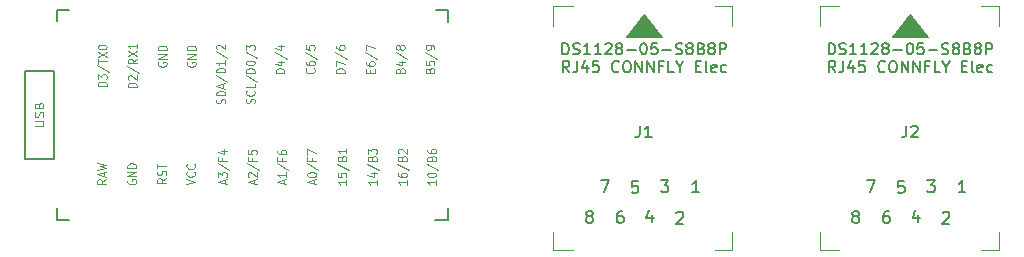
<source format=gbr>
G04 #@! TF.GenerationSoftware,KiCad,Pcbnew,(5.1.9)-1*
G04 #@! TF.CreationDate,2021-01-26T21:27:30-05:00*
G04 #@! TF.ProjectId,reviung34-split-L,72657669-756e-4673-9334-2d73706c6974,2.0*
G04 #@! TF.SameCoordinates,Original*
G04 #@! TF.FileFunction,Legend,Top*
G04 #@! TF.FilePolarity,Positive*
%FSLAX46Y46*%
G04 Gerber Fmt 4.6, Leading zero omitted, Abs format (unit mm)*
G04 Created by KiCad (PCBNEW (5.1.9)-1) date 2021-01-26 21:27:30*
%MOMM*%
%LPD*%
G01*
G04 APERTURE LIST*
%ADD10C,0.120000*%
%ADD11C,0.100000*%
%ADD12C,0.150000*%
%ADD13C,0.125000*%
G04 APERTURE END LIST*
D10*
X132360000Y-70400000D02*
X132360000Y-68900000D01*
X132360000Y-49750000D02*
X132360000Y-51400000D01*
X134010000Y-49750000D02*
X132360000Y-49750000D01*
X134010000Y-70400000D02*
X132360000Y-70400000D01*
X147510000Y-70400000D02*
X146010000Y-70400000D01*
X147510000Y-68900000D02*
X147510000Y-70400000D01*
X147510000Y-49750000D02*
X146010000Y-49750000D01*
X147510000Y-51400000D02*
X147510000Y-49750000D01*
D11*
G36*
X141510000Y-52335590D02*
G01*
X138510000Y-52335590D01*
X140010000Y-50400000D01*
X141510000Y-52335590D01*
G37*
X141510000Y-52335590D02*
X138510000Y-52335590D01*
X140010000Y-50400000D01*
X141510000Y-52335590D01*
D10*
X154900000Y-70400000D02*
X154900000Y-68900000D01*
X154900000Y-49750000D02*
X154900000Y-51400000D01*
X156550000Y-49750000D02*
X154900000Y-49750000D01*
X156550000Y-70400000D02*
X154900000Y-70400000D01*
X170050000Y-70400000D02*
X168550000Y-70400000D01*
X170050000Y-68900000D02*
X170050000Y-70400000D01*
X170050000Y-49750000D02*
X168550000Y-49750000D01*
X170050000Y-51400000D02*
X170050000Y-49750000D01*
D11*
G36*
X164050000Y-52335590D02*
G01*
X161050000Y-52335590D01*
X162550000Y-50400000D01*
X164050000Y-52335590D01*
G37*
X164050000Y-52335590D02*
X161050000Y-52335590D01*
X162550000Y-50400000D01*
X164050000Y-52335590D01*
D12*
X123390000Y-50040000D02*
X123390000Y-51050000D01*
X123390000Y-67840000D02*
X123390000Y-66840000D01*
X122390000Y-50040000D02*
X123390000Y-50040000D01*
X122340000Y-67840000D02*
X123390000Y-67840000D01*
X90340000Y-50040000D02*
X90340000Y-50990000D01*
X90340000Y-67840000D02*
X90340000Y-66840000D01*
X90340000Y-50040000D02*
X91340000Y-50040000D01*
X90340000Y-67840000D02*
X91340000Y-67840000D01*
X87640000Y-62690000D02*
X90040000Y-62690000D01*
X90040000Y-62640000D02*
X90040000Y-55190000D01*
X90040000Y-55190000D02*
X87640000Y-55190000D01*
X87640000Y-55190000D02*
X87640000Y-62690000D01*
X139676666Y-59852380D02*
X139676666Y-60566666D01*
X139629047Y-60709523D01*
X139533809Y-60804761D01*
X139390952Y-60852380D01*
X139295714Y-60852380D01*
X140676666Y-60852380D02*
X140105238Y-60852380D01*
X140390952Y-60852380D02*
X140390952Y-59852380D01*
X140295714Y-59995238D01*
X140200476Y-60090476D01*
X140105238Y-60138095D01*
X133684047Y-55329761D02*
X133367380Y-54877380D01*
X133141190Y-55329761D02*
X133141190Y-54379761D01*
X133503095Y-54379761D01*
X133593571Y-54425000D01*
X133638809Y-54470238D01*
X133684047Y-54560714D01*
X133684047Y-54696428D01*
X133638809Y-54786904D01*
X133593571Y-54832142D01*
X133503095Y-54877380D01*
X133141190Y-54877380D01*
X134362619Y-54379761D02*
X134362619Y-55058333D01*
X134317380Y-55194047D01*
X134226904Y-55284523D01*
X134091190Y-55329761D01*
X134000714Y-55329761D01*
X135222142Y-54696428D02*
X135222142Y-55329761D01*
X134995952Y-54334523D02*
X134769761Y-55013095D01*
X135357857Y-55013095D01*
X136172142Y-54379761D02*
X135719761Y-54379761D01*
X135674523Y-54832142D01*
X135719761Y-54786904D01*
X135810238Y-54741666D01*
X136036428Y-54741666D01*
X136126904Y-54786904D01*
X136172142Y-54832142D01*
X136217380Y-54922619D01*
X136217380Y-55148809D01*
X136172142Y-55239285D01*
X136126904Y-55284523D01*
X136036428Y-55329761D01*
X135810238Y-55329761D01*
X135719761Y-55284523D01*
X135674523Y-55239285D01*
X137891190Y-55239285D02*
X137845952Y-55284523D01*
X137710238Y-55329761D01*
X137619761Y-55329761D01*
X137484047Y-55284523D01*
X137393571Y-55194047D01*
X137348333Y-55103571D01*
X137303095Y-54922619D01*
X137303095Y-54786904D01*
X137348333Y-54605952D01*
X137393571Y-54515476D01*
X137484047Y-54425000D01*
X137619761Y-54379761D01*
X137710238Y-54379761D01*
X137845952Y-54425000D01*
X137891190Y-54470238D01*
X138479285Y-54379761D02*
X138660238Y-54379761D01*
X138750714Y-54425000D01*
X138841190Y-54515476D01*
X138886428Y-54696428D01*
X138886428Y-55013095D01*
X138841190Y-55194047D01*
X138750714Y-55284523D01*
X138660238Y-55329761D01*
X138479285Y-55329761D01*
X138388809Y-55284523D01*
X138298333Y-55194047D01*
X138253095Y-55013095D01*
X138253095Y-54696428D01*
X138298333Y-54515476D01*
X138388809Y-54425000D01*
X138479285Y-54379761D01*
X139293571Y-55329761D02*
X139293571Y-54379761D01*
X139836428Y-55329761D01*
X139836428Y-54379761D01*
X140288809Y-55329761D02*
X140288809Y-54379761D01*
X140831666Y-55329761D01*
X140831666Y-54379761D01*
X141600714Y-54832142D02*
X141284047Y-54832142D01*
X141284047Y-55329761D02*
X141284047Y-54379761D01*
X141736428Y-54379761D01*
X142550714Y-55329761D02*
X142098333Y-55329761D01*
X142098333Y-54379761D01*
X143048333Y-54877380D02*
X143048333Y-55329761D01*
X142731666Y-54379761D02*
X143048333Y-54877380D01*
X143365000Y-54379761D01*
X144405476Y-54832142D02*
X144722142Y-54832142D01*
X144857857Y-55329761D02*
X144405476Y-55329761D01*
X144405476Y-54379761D01*
X144857857Y-54379761D01*
X145400714Y-55329761D02*
X145310238Y-55284523D01*
X145265000Y-55194047D01*
X145265000Y-54379761D01*
X146124523Y-55284523D02*
X146034047Y-55329761D01*
X145853095Y-55329761D01*
X145762619Y-55284523D01*
X145717380Y-55194047D01*
X145717380Y-54832142D01*
X145762619Y-54741666D01*
X145853095Y-54696428D01*
X146034047Y-54696428D01*
X146124523Y-54741666D01*
X146169761Y-54832142D01*
X146169761Y-54922619D01*
X145717380Y-55013095D01*
X146984047Y-55284523D02*
X146893571Y-55329761D01*
X146712619Y-55329761D01*
X146622142Y-55284523D01*
X146576904Y-55239285D01*
X146531666Y-55148809D01*
X146531666Y-54877380D01*
X146576904Y-54786904D01*
X146622142Y-54741666D01*
X146712619Y-54696428D01*
X146893571Y-54696428D01*
X146984047Y-54741666D01*
X133121190Y-53829761D02*
X133121190Y-52879761D01*
X133347380Y-52879761D01*
X133483095Y-52925000D01*
X133573571Y-53015476D01*
X133618809Y-53105952D01*
X133664047Y-53286904D01*
X133664047Y-53422619D01*
X133618809Y-53603571D01*
X133573571Y-53694047D01*
X133483095Y-53784523D01*
X133347380Y-53829761D01*
X133121190Y-53829761D01*
X134025952Y-53784523D02*
X134161666Y-53829761D01*
X134387857Y-53829761D01*
X134478333Y-53784523D01*
X134523571Y-53739285D01*
X134568809Y-53648809D01*
X134568809Y-53558333D01*
X134523571Y-53467857D01*
X134478333Y-53422619D01*
X134387857Y-53377380D01*
X134206904Y-53332142D01*
X134116428Y-53286904D01*
X134071190Y-53241666D01*
X134025952Y-53151190D01*
X134025952Y-53060714D01*
X134071190Y-52970238D01*
X134116428Y-52925000D01*
X134206904Y-52879761D01*
X134433095Y-52879761D01*
X134568809Y-52925000D01*
X135473571Y-53829761D02*
X134930714Y-53829761D01*
X135202142Y-53829761D02*
X135202142Y-52879761D01*
X135111666Y-53015476D01*
X135021190Y-53105952D01*
X134930714Y-53151190D01*
X136378333Y-53829761D02*
X135835476Y-53829761D01*
X136106904Y-53829761D02*
X136106904Y-52879761D01*
X136016428Y-53015476D01*
X135925952Y-53105952D01*
X135835476Y-53151190D01*
X136740238Y-52970238D02*
X136785476Y-52925000D01*
X136875952Y-52879761D01*
X137102142Y-52879761D01*
X137192619Y-52925000D01*
X137237857Y-52970238D01*
X137283095Y-53060714D01*
X137283095Y-53151190D01*
X137237857Y-53286904D01*
X136695000Y-53829761D01*
X137283095Y-53829761D01*
X137825952Y-53286904D02*
X137735476Y-53241666D01*
X137690238Y-53196428D01*
X137645000Y-53105952D01*
X137645000Y-53060714D01*
X137690238Y-52970238D01*
X137735476Y-52925000D01*
X137825952Y-52879761D01*
X138006904Y-52879761D01*
X138097380Y-52925000D01*
X138142619Y-52970238D01*
X138187857Y-53060714D01*
X138187857Y-53105952D01*
X138142619Y-53196428D01*
X138097380Y-53241666D01*
X138006904Y-53286904D01*
X137825952Y-53286904D01*
X137735476Y-53332142D01*
X137690238Y-53377380D01*
X137645000Y-53467857D01*
X137645000Y-53648809D01*
X137690238Y-53739285D01*
X137735476Y-53784523D01*
X137825952Y-53829761D01*
X138006904Y-53829761D01*
X138097380Y-53784523D01*
X138142619Y-53739285D01*
X138187857Y-53648809D01*
X138187857Y-53467857D01*
X138142619Y-53377380D01*
X138097380Y-53332142D01*
X138006904Y-53286904D01*
X138595000Y-53467857D02*
X139318809Y-53467857D01*
X139952142Y-52879761D02*
X140042619Y-52879761D01*
X140133095Y-52925000D01*
X140178333Y-52970238D01*
X140223571Y-53060714D01*
X140268809Y-53241666D01*
X140268809Y-53467857D01*
X140223571Y-53648809D01*
X140178333Y-53739285D01*
X140133095Y-53784523D01*
X140042619Y-53829761D01*
X139952142Y-53829761D01*
X139861666Y-53784523D01*
X139816428Y-53739285D01*
X139771190Y-53648809D01*
X139725952Y-53467857D01*
X139725952Y-53241666D01*
X139771190Y-53060714D01*
X139816428Y-52970238D01*
X139861666Y-52925000D01*
X139952142Y-52879761D01*
X141128333Y-52879761D02*
X140675952Y-52879761D01*
X140630714Y-53332142D01*
X140675952Y-53286904D01*
X140766428Y-53241666D01*
X140992619Y-53241666D01*
X141083095Y-53286904D01*
X141128333Y-53332142D01*
X141173571Y-53422619D01*
X141173571Y-53648809D01*
X141128333Y-53739285D01*
X141083095Y-53784523D01*
X140992619Y-53829761D01*
X140766428Y-53829761D01*
X140675952Y-53784523D01*
X140630714Y-53739285D01*
X141580714Y-53467857D02*
X142304523Y-53467857D01*
X142711666Y-53784523D02*
X142847380Y-53829761D01*
X143073571Y-53829761D01*
X143164047Y-53784523D01*
X143209285Y-53739285D01*
X143254523Y-53648809D01*
X143254523Y-53558333D01*
X143209285Y-53467857D01*
X143164047Y-53422619D01*
X143073571Y-53377380D01*
X142892619Y-53332142D01*
X142802142Y-53286904D01*
X142756904Y-53241666D01*
X142711666Y-53151190D01*
X142711666Y-53060714D01*
X142756904Y-52970238D01*
X142802142Y-52925000D01*
X142892619Y-52879761D01*
X143118809Y-52879761D01*
X143254523Y-52925000D01*
X143797380Y-53286904D02*
X143706904Y-53241666D01*
X143661666Y-53196428D01*
X143616428Y-53105952D01*
X143616428Y-53060714D01*
X143661666Y-52970238D01*
X143706904Y-52925000D01*
X143797380Y-52879761D01*
X143978333Y-52879761D01*
X144068809Y-52925000D01*
X144114047Y-52970238D01*
X144159285Y-53060714D01*
X144159285Y-53105952D01*
X144114047Y-53196428D01*
X144068809Y-53241666D01*
X143978333Y-53286904D01*
X143797380Y-53286904D01*
X143706904Y-53332142D01*
X143661666Y-53377380D01*
X143616428Y-53467857D01*
X143616428Y-53648809D01*
X143661666Y-53739285D01*
X143706904Y-53784523D01*
X143797380Y-53829761D01*
X143978333Y-53829761D01*
X144068809Y-53784523D01*
X144114047Y-53739285D01*
X144159285Y-53648809D01*
X144159285Y-53467857D01*
X144114047Y-53377380D01*
X144068809Y-53332142D01*
X143978333Y-53286904D01*
X144883095Y-53332142D02*
X145018809Y-53377380D01*
X145064047Y-53422619D01*
X145109285Y-53513095D01*
X145109285Y-53648809D01*
X145064047Y-53739285D01*
X145018809Y-53784523D01*
X144928333Y-53829761D01*
X144566428Y-53829761D01*
X144566428Y-52879761D01*
X144883095Y-52879761D01*
X144973571Y-52925000D01*
X145018809Y-52970238D01*
X145064047Y-53060714D01*
X145064047Y-53151190D01*
X145018809Y-53241666D01*
X144973571Y-53286904D01*
X144883095Y-53332142D01*
X144566428Y-53332142D01*
X145652142Y-53286904D02*
X145561666Y-53241666D01*
X145516428Y-53196428D01*
X145471190Y-53105952D01*
X145471190Y-53060714D01*
X145516428Y-52970238D01*
X145561666Y-52925000D01*
X145652142Y-52879761D01*
X145833095Y-52879761D01*
X145923571Y-52925000D01*
X145968809Y-52970238D01*
X146014047Y-53060714D01*
X146014047Y-53105952D01*
X145968809Y-53196428D01*
X145923571Y-53241666D01*
X145833095Y-53286904D01*
X145652142Y-53286904D01*
X145561666Y-53332142D01*
X145516428Y-53377380D01*
X145471190Y-53467857D01*
X145471190Y-53648809D01*
X145516428Y-53739285D01*
X145561666Y-53784523D01*
X145652142Y-53829761D01*
X145833095Y-53829761D01*
X145923571Y-53784523D01*
X145968809Y-53739285D01*
X146014047Y-53648809D01*
X146014047Y-53467857D01*
X145968809Y-53377380D01*
X145923571Y-53332142D01*
X145833095Y-53286904D01*
X146421190Y-53829761D02*
X146421190Y-52879761D01*
X146783095Y-52879761D01*
X146873571Y-52925000D01*
X146918809Y-52970238D01*
X146964047Y-53060714D01*
X146964047Y-53196428D01*
X146918809Y-53286904D01*
X146873571Y-53332142D01*
X146783095Y-53377380D01*
X146421190Y-53377380D01*
X144695714Y-65502380D02*
X144124285Y-65502380D01*
X144410000Y-65502380D02*
X144410000Y-64502380D01*
X144314761Y-64645238D01*
X144219523Y-64740476D01*
X144124285Y-64788095D01*
X142774285Y-67247619D02*
X142821904Y-67200000D01*
X142917142Y-67152380D01*
X143155238Y-67152380D01*
X143250476Y-67200000D01*
X143298095Y-67247619D01*
X143345714Y-67342857D01*
X143345714Y-67438095D01*
X143298095Y-67580952D01*
X142726666Y-68152380D01*
X143345714Y-68152380D01*
X141476666Y-64502380D02*
X142095714Y-64502380D01*
X141762380Y-64883333D01*
X141905238Y-64883333D01*
X142000476Y-64930952D01*
X142048095Y-64978571D01*
X142095714Y-65073809D01*
X142095714Y-65311904D01*
X142048095Y-65407142D01*
X142000476Y-65454761D01*
X141905238Y-65502380D01*
X141619523Y-65502380D01*
X141524285Y-65454761D01*
X141476666Y-65407142D01*
X140700476Y-67385714D02*
X140700476Y-68052380D01*
X140462380Y-67004761D02*
X140224285Y-67719047D01*
X140843333Y-67719047D01*
X138200476Y-67102380D02*
X138010000Y-67102380D01*
X137914761Y-67150000D01*
X137867142Y-67197619D01*
X137771904Y-67340476D01*
X137724285Y-67530952D01*
X137724285Y-67911904D01*
X137771904Y-68007142D01*
X137819523Y-68054761D01*
X137914761Y-68102380D01*
X138105238Y-68102380D01*
X138200476Y-68054761D01*
X138248095Y-68007142D01*
X138295714Y-67911904D01*
X138295714Y-67673809D01*
X138248095Y-67578571D01*
X138200476Y-67530952D01*
X138105238Y-67483333D01*
X137914761Y-67483333D01*
X137819523Y-67530952D01*
X137771904Y-67578571D01*
X137724285Y-67673809D01*
X139498095Y-64552380D02*
X139021904Y-64552380D01*
X138974285Y-65028571D01*
X139021904Y-64980952D01*
X139117142Y-64933333D01*
X139355238Y-64933333D01*
X139450476Y-64980952D01*
X139498095Y-65028571D01*
X139545714Y-65123809D01*
X139545714Y-65361904D01*
X139498095Y-65457142D01*
X139450476Y-65504761D01*
X139355238Y-65552380D01*
X139117142Y-65552380D01*
X139021904Y-65504761D01*
X138974285Y-65457142D01*
X136376666Y-64502380D02*
X137043333Y-64502380D01*
X136614761Y-65502380D01*
X135314761Y-67530952D02*
X135219523Y-67483333D01*
X135171904Y-67435714D01*
X135124285Y-67340476D01*
X135124285Y-67292857D01*
X135171904Y-67197619D01*
X135219523Y-67150000D01*
X135314761Y-67102380D01*
X135505238Y-67102380D01*
X135600476Y-67150000D01*
X135648095Y-67197619D01*
X135695714Y-67292857D01*
X135695714Y-67340476D01*
X135648095Y-67435714D01*
X135600476Y-67483333D01*
X135505238Y-67530952D01*
X135314761Y-67530952D01*
X135219523Y-67578571D01*
X135171904Y-67626190D01*
X135124285Y-67721428D01*
X135124285Y-67911904D01*
X135171904Y-68007142D01*
X135219523Y-68054761D01*
X135314761Y-68102380D01*
X135505238Y-68102380D01*
X135600476Y-68054761D01*
X135648095Y-68007142D01*
X135695714Y-67911904D01*
X135695714Y-67721428D01*
X135648095Y-67626190D01*
X135600476Y-67578571D01*
X135505238Y-67530952D01*
X162216666Y-59852380D02*
X162216666Y-60566666D01*
X162169047Y-60709523D01*
X162073809Y-60804761D01*
X161930952Y-60852380D01*
X161835714Y-60852380D01*
X162645238Y-59947619D02*
X162692857Y-59900000D01*
X162788095Y-59852380D01*
X163026190Y-59852380D01*
X163121428Y-59900000D01*
X163169047Y-59947619D01*
X163216666Y-60042857D01*
X163216666Y-60138095D01*
X163169047Y-60280952D01*
X162597619Y-60852380D01*
X163216666Y-60852380D01*
X156224047Y-55329761D02*
X155907380Y-54877380D01*
X155681190Y-55329761D02*
X155681190Y-54379761D01*
X156043095Y-54379761D01*
X156133571Y-54425000D01*
X156178809Y-54470238D01*
X156224047Y-54560714D01*
X156224047Y-54696428D01*
X156178809Y-54786904D01*
X156133571Y-54832142D01*
X156043095Y-54877380D01*
X155681190Y-54877380D01*
X156902619Y-54379761D02*
X156902619Y-55058333D01*
X156857380Y-55194047D01*
X156766904Y-55284523D01*
X156631190Y-55329761D01*
X156540714Y-55329761D01*
X157762142Y-54696428D02*
X157762142Y-55329761D01*
X157535952Y-54334523D02*
X157309761Y-55013095D01*
X157897857Y-55013095D01*
X158712142Y-54379761D02*
X158259761Y-54379761D01*
X158214523Y-54832142D01*
X158259761Y-54786904D01*
X158350238Y-54741666D01*
X158576428Y-54741666D01*
X158666904Y-54786904D01*
X158712142Y-54832142D01*
X158757380Y-54922619D01*
X158757380Y-55148809D01*
X158712142Y-55239285D01*
X158666904Y-55284523D01*
X158576428Y-55329761D01*
X158350238Y-55329761D01*
X158259761Y-55284523D01*
X158214523Y-55239285D01*
X160431190Y-55239285D02*
X160385952Y-55284523D01*
X160250238Y-55329761D01*
X160159761Y-55329761D01*
X160024047Y-55284523D01*
X159933571Y-55194047D01*
X159888333Y-55103571D01*
X159843095Y-54922619D01*
X159843095Y-54786904D01*
X159888333Y-54605952D01*
X159933571Y-54515476D01*
X160024047Y-54425000D01*
X160159761Y-54379761D01*
X160250238Y-54379761D01*
X160385952Y-54425000D01*
X160431190Y-54470238D01*
X161019285Y-54379761D02*
X161200238Y-54379761D01*
X161290714Y-54425000D01*
X161381190Y-54515476D01*
X161426428Y-54696428D01*
X161426428Y-55013095D01*
X161381190Y-55194047D01*
X161290714Y-55284523D01*
X161200238Y-55329761D01*
X161019285Y-55329761D01*
X160928809Y-55284523D01*
X160838333Y-55194047D01*
X160793095Y-55013095D01*
X160793095Y-54696428D01*
X160838333Y-54515476D01*
X160928809Y-54425000D01*
X161019285Y-54379761D01*
X161833571Y-55329761D02*
X161833571Y-54379761D01*
X162376428Y-55329761D01*
X162376428Y-54379761D01*
X162828809Y-55329761D02*
X162828809Y-54379761D01*
X163371666Y-55329761D01*
X163371666Y-54379761D01*
X164140714Y-54832142D02*
X163824047Y-54832142D01*
X163824047Y-55329761D02*
X163824047Y-54379761D01*
X164276428Y-54379761D01*
X165090714Y-55329761D02*
X164638333Y-55329761D01*
X164638333Y-54379761D01*
X165588333Y-54877380D02*
X165588333Y-55329761D01*
X165271666Y-54379761D02*
X165588333Y-54877380D01*
X165905000Y-54379761D01*
X166945476Y-54832142D02*
X167262142Y-54832142D01*
X167397857Y-55329761D02*
X166945476Y-55329761D01*
X166945476Y-54379761D01*
X167397857Y-54379761D01*
X167940714Y-55329761D02*
X167850238Y-55284523D01*
X167805000Y-55194047D01*
X167805000Y-54379761D01*
X168664523Y-55284523D02*
X168574047Y-55329761D01*
X168393095Y-55329761D01*
X168302619Y-55284523D01*
X168257380Y-55194047D01*
X168257380Y-54832142D01*
X168302619Y-54741666D01*
X168393095Y-54696428D01*
X168574047Y-54696428D01*
X168664523Y-54741666D01*
X168709761Y-54832142D01*
X168709761Y-54922619D01*
X168257380Y-55013095D01*
X169524047Y-55284523D02*
X169433571Y-55329761D01*
X169252619Y-55329761D01*
X169162142Y-55284523D01*
X169116904Y-55239285D01*
X169071666Y-55148809D01*
X169071666Y-54877380D01*
X169116904Y-54786904D01*
X169162142Y-54741666D01*
X169252619Y-54696428D01*
X169433571Y-54696428D01*
X169524047Y-54741666D01*
X155661190Y-53829761D02*
X155661190Y-52879761D01*
X155887380Y-52879761D01*
X156023095Y-52925000D01*
X156113571Y-53015476D01*
X156158809Y-53105952D01*
X156204047Y-53286904D01*
X156204047Y-53422619D01*
X156158809Y-53603571D01*
X156113571Y-53694047D01*
X156023095Y-53784523D01*
X155887380Y-53829761D01*
X155661190Y-53829761D01*
X156565952Y-53784523D02*
X156701666Y-53829761D01*
X156927857Y-53829761D01*
X157018333Y-53784523D01*
X157063571Y-53739285D01*
X157108809Y-53648809D01*
X157108809Y-53558333D01*
X157063571Y-53467857D01*
X157018333Y-53422619D01*
X156927857Y-53377380D01*
X156746904Y-53332142D01*
X156656428Y-53286904D01*
X156611190Y-53241666D01*
X156565952Y-53151190D01*
X156565952Y-53060714D01*
X156611190Y-52970238D01*
X156656428Y-52925000D01*
X156746904Y-52879761D01*
X156973095Y-52879761D01*
X157108809Y-52925000D01*
X158013571Y-53829761D02*
X157470714Y-53829761D01*
X157742142Y-53829761D02*
X157742142Y-52879761D01*
X157651666Y-53015476D01*
X157561190Y-53105952D01*
X157470714Y-53151190D01*
X158918333Y-53829761D02*
X158375476Y-53829761D01*
X158646904Y-53829761D02*
X158646904Y-52879761D01*
X158556428Y-53015476D01*
X158465952Y-53105952D01*
X158375476Y-53151190D01*
X159280238Y-52970238D02*
X159325476Y-52925000D01*
X159415952Y-52879761D01*
X159642142Y-52879761D01*
X159732619Y-52925000D01*
X159777857Y-52970238D01*
X159823095Y-53060714D01*
X159823095Y-53151190D01*
X159777857Y-53286904D01*
X159235000Y-53829761D01*
X159823095Y-53829761D01*
X160365952Y-53286904D02*
X160275476Y-53241666D01*
X160230238Y-53196428D01*
X160185000Y-53105952D01*
X160185000Y-53060714D01*
X160230238Y-52970238D01*
X160275476Y-52925000D01*
X160365952Y-52879761D01*
X160546904Y-52879761D01*
X160637380Y-52925000D01*
X160682619Y-52970238D01*
X160727857Y-53060714D01*
X160727857Y-53105952D01*
X160682619Y-53196428D01*
X160637380Y-53241666D01*
X160546904Y-53286904D01*
X160365952Y-53286904D01*
X160275476Y-53332142D01*
X160230238Y-53377380D01*
X160185000Y-53467857D01*
X160185000Y-53648809D01*
X160230238Y-53739285D01*
X160275476Y-53784523D01*
X160365952Y-53829761D01*
X160546904Y-53829761D01*
X160637380Y-53784523D01*
X160682619Y-53739285D01*
X160727857Y-53648809D01*
X160727857Y-53467857D01*
X160682619Y-53377380D01*
X160637380Y-53332142D01*
X160546904Y-53286904D01*
X161135000Y-53467857D02*
X161858809Y-53467857D01*
X162492142Y-52879761D02*
X162582619Y-52879761D01*
X162673095Y-52925000D01*
X162718333Y-52970238D01*
X162763571Y-53060714D01*
X162808809Y-53241666D01*
X162808809Y-53467857D01*
X162763571Y-53648809D01*
X162718333Y-53739285D01*
X162673095Y-53784523D01*
X162582619Y-53829761D01*
X162492142Y-53829761D01*
X162401666Y-53784523D01*
X162356428Y-53739285D01*
X162311190Y-53648809D01*
X162265952Y-53467857D01*
X162265952Y-53241666D01*
X162311190Y-53060714D01*
X162356428Y-52970238D01*
X162401666Y-52925000D01*
X162492142Y-52879761D01*
X163668333Y-52879761D02*
X163215952Y-52879761D01*
X163170714Y-53332142D01*
X163215952Y-53286904D01*
X163306428Y-53241666D01*
X163532619Y-53241666D01*
X163623095Y-53286904D01*
X163668333Y-53332142D01*
X163713571Y-53422619D01*
X163713571Y-53648809D01*
X163668333Y-53739285D01*
X163623095Y-53784523D01*
X163532619Y-53829761D01*
X163306428Y-53829761D01*
X163215952Y-53784523D01*
X163170714Y-53739285D01*
X164120714Y-53467857D02*
X164844523Y-53467857D01*
X165251666Y-53784523D02*
X165387380Y-53829761D01*
X165613571Y-53829761D01*
X165704047Y-53784523D01*
X165749285Y-53739285D01*
X165794523Y-53648809D01*
X165794523Y-53558333D01*
X165749285Y-53467857D01*
X165704047Y-53422619D01*
X165613571Y-53377380D01*
X165432619Y-53332142D01*
X165342142Y-53286904D01*
X165296904Y-53241666D01*
X165251666Y-53151190D01*
X165251666Y-53060714D01*
X165296904Y-52970238D01*
X165342142Y-52925000D01*
X165432619Y-52879761D01*
X165658809Y-52879761D01*
X165794523Y-52925000D01*
X166337380Y-53286904D02*
X166246904Y-53241666D01*
X166201666Y-53196428D01*
X166156428Y-53105952D01*
X166156428Y-53060714D01*
X166201666Y-52970238D01*
X166246904Y-52925000D01*
X166337380Y-52879761D01*
X166518333Y-52879761D01*
X166608809Y-52925000D01*
X166654047Y-52970238D01*
X166699285Y-53060714D01*
X166699285Y-53105952D01*
X166654047Y-53196428D01*
X166608809Y-53241666D01*
X166518333Y-53286904D01*
X166337380Y-53286904D01*
X166246904Y-53332142D01*
X166201666Y-53377380D01*
X166156428Y-53467857D01*
X166156428Y-53648809D01*
X166201666Y-53739285D01*
X166246904Y-53784523D01*
X166337380Y-53829761D01*
X166518333Y-53829761D01*
X166608809Y-53784523D01*
X166654047Y-53739285D01*
X166699285Y-53648809D01*
X166699285Y-53467857D01*
X166654047Y-53377380D01*
X166608809Y-53332142D01*
X166518333Y-53286904D01*
X167423095Y-53332142D02*
X167558809Y-53377380D01*
X167604047Y-53422619D01*
X167649285Y-53513095D01*
X167649285Y-53648809D01*
X167604047Y-53739285D01*
X167558809Y-53784523D01*
X167468333Y-53829761D01*
X167106428Y-53829761D01*
X167106428Y-52879761D01*
X167423095Y-52879761D01*
X167513571Y-52925000D01*
X167558809Y-52970238D01*
X167604047Y-53060714D01*
X167604047Y-53151190D01*
X167558809Y-53241666D01*
X167513571Y-53286904D01*
X167423095Y-53332142D01*
X167106428Y-53332142D01*
X168192142Y-53286904D02*
X168101666Y-53241666D01*
X168056428Y-53196428D01*
X168011190Y-53105952D01*
X168011190Y-53060714D01*
X168056428Y-52970238D01*
X168101666Y-52925000D01*
X168192142Y-52879761D01*
X168373095Y-52879761D01*
X168463571Y-52925000D01*
X168508809Y-52970238D01*
X168554047Y-53060714D01*
X168554047Y-53105952D01*
X168508809Y-53196428D01*
X168463571Y-53241666D01*
X168373095Y-53286904D01*
X168192142Y-53286904D01*
X168101666Y-53332142D01*
X168056428Y-53377380D01*
X168011190Y-53467857D01*
X168011190Y-53648809D01*
X168056428Y-53739285D01*
X168101666Y-53784523D01*
X168192142Y-53829761D01*
X168373095Y-53829761D01*
X168463571Y-53784523D01*
X168508809Y-53739285D01*
X168554047Y-53648809D01*
X168554047Y-53467857D01*
X168508809Y-53377380D01*
X168463571Y-53332142D01*
X168373095Y-53286904D01*
X168961190Y-53829761D02*
X168961190Y-52879761D01*
X169323095Y-52879761D01*
X169413571Y-52925000D01*
X169458809Y-52970238D01*
X169504047Y-53060714D01*
X169504047Y-53196428D01*
X169458809Y-53286904D01*
X169413571Y-53332142D01*
X169323095Y-53377380D01*
X168961190Y-53377380D01*
X167235714Y-65502380D02*
X166664285Y-65502380D01*
X166950000Y-65502380D02*
X166950000Y-64502380D01*
X166854761Y-64645238D01*
X166759523Y-64740476D01*
X166664285Y-64788095D01*
X165314285Y-67247619D02*
X165361904Y-67200000D01*
X165457142Y-67152380D01*
X165695238Y-67152380D01*
X165790476Y-67200000D01*
X165838095Y-67247619D01*
X165885714Y-67342857D01*
X165885714Y-67438095D01*
X165838095Y-67580952D01*
X165266666Y-68152380D01*
X165885714Y-68152380D01*
X164016666Y-64502380D02*
X164635714Y-64502380D01*
X164302380Y-64883333D01*
X164445238Y-64883333D01*
X164540476Y-64930952D01*
X164588095Y-64978571D01*
X164635714Y-65073809D01*
X164635714Y-65311904D01*
X164588095Y-65407142D01*
X164540476Y-65454761D01*
X164445238Y-65502380D01*
X164159523Y-65502380D01*
X164064285Y-65454761D01*
X164016666Y-65407142D01*
X163240476Y-67385714D02*
X163240476Y-68052380D01*
X163002380Y-67004761D02*
X162764285Y-67719047D01*
X163383333Y-67719047D01*
X160740476Y-67102380D02*
X160550000Y-67102380D01*
X160454761Y-67150000D01*
X160407142Y-67197619D01*
X160311904Y-67340476D01*
X160264285Y-67530952D01*
X160264285Y-67911904D01*
X160311904Y-68007142D01*
X160359523Y-68054761D01*
X160454761Y-68102380D01*
X160645238Y-68102380D01*
X160740476Y-68054761D01*
X160788095Y-68007142D01*
X160835714Y-67911904D01*
X160835714Y-67673809D01*
X160788095Y-67578571D01*
X160740476Y-67530952D01*
X160645238Y-67483333D01*
X160454761Y-67483333D01*
X160359523Y-67530952D01*
X160311904Y-67578571D01*
X160264285Y-67673809D01*
X162038095Y-64552380D02*
X161561904Y-64552380D01*
X161514285Y-65028571D01*
X161561904Y-64980952D01*
X161657142Y-64933333D01*
X161895238Y-64933333D01*
X161990476Y-64980952D01*
X162038095Y-65028571D01*
X162085714Y-65123809D01*
X162085714Y-65361904D01*
X162038095Y-65457142D01*
X161990476Y-65504761D01*
X161895238Y-65552380D01*
X161657142Y-65552380D01*
X161561904Y-65504761D01*
X161514285Y-65457142D01*
X158916666Y-64502380D02*
X159583333Y-64502380D01*
X159154761Y-65502380D01*
X157854761Y-67530952D02*
X157759523Y-67483333D01*
X157711904Y-67435714D01*
X157664285Y-67340476D01*
X157664285Y-67292857D01*
X157711904Y-67197619D01*
X157759523Y-67150000D01*
X157854761Y-67102380D01*
X158045238Y-67102380D01*
X158140476Y-67150000D01*
X158188095Y-67197619D01*
X158235714Y-67292857D01*
X158235714Y-67340476D01*
X158188095Y-67435714D01*
X158140476Y-67483333D01*
X158045238Y-67530952D01*
X157854761Y-67530952D01*
X157759523Y-67578571D01*
X157711904Y-67626190D01*
X157664285Y-67721428D01*
X157664285Y-67911904D01*
X157711904Y-68007142D01*
X157759523Y-68054761D01*
X157854761Y-68102380D01*
X158045238Y-68102380D01*
X158140476Y-68054761D01*
X158188095Y-68007142D01*
X158235714Y-67911904D01*
X158235714Y-67721428D01*
X158188095Y-67626190D01*
X158140476Y-67578571D01*
X158045238Y-67530952D01*
D13*
X94479285Y-64397619D02*
X94122142Y-64620952D01*
X94479285Y-64780476D02*
X93729285Y-64780476D01*
X93729285Y-64525238D01*
X93765000Y-64461428D01*
X93800714Y-64429523D01*
X93872142Y-64397619D01*
X93979285Y-64397619D01*
X94050714Y-64429523D01*
X94086428Y-64461428D01*
X94122142Y-64525238D01*
X94122142Y-64780476D01*
X94265000Y-64142380D02*
X94265000Y-63823333D01*
X94479285Y-64206190D02*
X93729285Y-63982857D01*
X94479285Y-63759523D01*
X93729285Y-63600000D02*
X94479285Y-63440476D01*
X93943571Y-63312857D01*
X94479285Y-63185238D01*
X93729285Y-63025714D01*
X96315000Y-64445476D02*
X96279285Y-64509285D01*
X96279285Y-64605000D01*
X96315000Y-64700714D01*
X96386428Y-64764523D01*
X96457857Y-64796428D01*
X96600714Y-64828333D01*
X96707857Y-64828333D01*
X96850714Y-64796428D01*
X96922142Y-64764523D01*
X96993571Y-64700714D01*
X97029285Y-64605000D01*
X97029285Y-64541190D01*
X96993571Y-64445476D01*
X96957857Y-64413571D01*
X96707857Y-64413571D01*
X96707857Y-64541190D01*
X97029285Y-64126428D02*
X96279285Y-64126428D01*
X97029285Y-63743571D01*
X96279285Y-63743571D01*
X97029285Y-63424523D02*
X96279285Y-63424523D01*
X96279285Y-63265000D01*
X96315000Y-63169285D01*
X96386428Y-63105476D01*
X96457857Y-63073571D01*
X96600714Y-63041666D01*
X96707857Y-63041666D01*
X96850714Y-63073571D01*
X96922142Y-63105476D01*
X96993571Y-63169285D01*
X97029285Y-63265000D01*
X97029285Y-63424523D01*
X99579285Y-64301904D02*
X99222142Y-64525238D01*
X99579285Y-64684761D02*
X98829285Y-64684761D01*
X98829285Y-64429523D01*
X98865000Y-64365714D01*
X98900714Y-64333809D01*
X98972142Y-64301904D01*
X99079285Y-64301904D01*
X99150714Y-64333809D01*
X99186428Y-64365714D01*
X99222142Y-64429523D01*
X99222142Y-64684761D01*
X99543571Y-64046666D02*
X99579285Y-63950952D01*
X99579285Y-63791428D01*
X99543571Y-63727619D01*
X99507857Y-63695714D01*
X99436428Y-63663809D01*
X99365000Y-63663809D01*
X99293571Y-63695714D01*
X99257857Y-63727619D01*
X99222142Y-63791428D01*
X99186428Y-63919047D01*
X99150714Y-63982857D01*
X99115000Y-64014761D01*
X99043571Y-64046666D01*
X98972142Y-64046666D01*
X98900714Y-64014761D01*
X98865000Y-63982857D01*
X98829285Y-63919047D01*
X98829285Y-63759523D01*
X98865000Y-63663809D01*
X98829285Y-63472380D02*
X98829285Y-63089523D01*
X99579285Y-63280952D02*
X98829285Y-63280952D01*
X101279285Y-64828333D02*
X102029285Y-64605000D01*
X101279285Y-64381666D01*
X101957857Y-63775476D02*
X101993571Y-63807380D01*
X102029285Y-63903095D01*
X102029285Y-63966904D01*
X101993571Y-64062619D01*
X101922142Y-64126428D01*
X101850714Y-64158333D01*
X101707857Y-64190238D01*
X101600714Y-64190238D01*
X101457857Y-64158333D01*
X101386428Y-64126428D01*
X101315000Y-64062619D01*
X101279285Y-63966904D01*
X101279285Y-63903095D01*
X101315000Y-63807380D01*
X101350714Y-63775476D01*
X101957857Y-63105476D02*
X101993571Y-63137380D01*
X102029285Y-63233095D01*
X102029285Y-63296904D01*
X101993571Y-63392619D01*
X101922142Y-63456428D01*
X101850714Y-63488333D01*
X101707857Y-63520238D01*
X101600714Y-63520238D01*
X101457857Y-63488333D01*
X101386428Y-63456428D01*
X101315000Y-63392619D01*
X101279285Y-63296904D01*
X101279285Y-63233095D01*
X101315000Y-63137380D01*
X101350714Y-63105476D01*
X104515000Y-64770714D02*
X104515000Y-64451666D01*
X104729285Y-64834523D02*
X103979285Y-64611190D01*
X104729285Y-64387857D01*
X103979285Y-64228333D02*
X103979285Y-63813571D01*
X104265000Y-64036904D01*
X104265000Y-63941190D01*
X104300714Y-63877380D01*
X104336428Y-63845476D01*
X104407857Y-63813571D01*
X104586428Y-63813571D01*
X104657857Y-63845476D01*
X104693571Y-63877380D01*
X104729285Y-63941190D01*
X104729285Y-64132619D01*
X104693571Y-64196428D01*
X104657857Y-64228333D01*
X103943571Y-63047857D02*
X104907857Y-63622142D01*
X104336428Y-62601190D02*
X104336428Y-62824523D01*
X104729285Y-62824523D02*
X103979285Y-62824523D01*
X103979285Y-62505476D01*
X104229285Y-61963095D02*
X104729285Y-61963095D01*
X103943571Y-62122619D02*
X104479285Y-62282142D01*
X104479285Y-61867380D01*
X107015000Y-64770714D02*
X107015000Y-64451666D01*
X107229285Y-64834523D02*
X106479285Y-64611190D01*
X107229285Y-64387857D01*
X106550714Y-64196428D02*
X106515000Y-64164523D01*
X106479285Y-64100714D01*
X106479285Y-63941190D01*
X106515000Y-63877380D01*
X106550714Y-63845476D01*
X106622142Y-63813571D01*
X106693571Y-63813571D01*
X106800714Y-63845476D01*
X107229285Y-64228333D01*
X107229285Y-63813571D01*
X106443571Y-63047857D02*
X107407857Y-63622142D01*
X106836428Y-62601190D02*
X106836428Y-62824523D01*
X107229285Y-62824523D02*
X106479285Y-62824523D01*
X106479285Y-62505476D01*
X106479285Y-61931190D02*
X106479285Y-62250238D01*
X106836428Y-62282142D01*
X106800714Y-62250238D01*
X106765000Y-62186428D01*
X106765000Y-62026904D01*
X106800714Y-61963095D01*
X106836428Y-61931190D01*
X106907857Y-61899285D01*
X107086428Y-61899285D01*
X107157857Y-61931190D01*
X107193571Y-61963095D01*
X107229285Y-62026904D01*
X107229285Y-62186428D01*
X107193571Y-62250238D01*
X107157857Y-62282142D01*
X109515000Y-64770714D02*
X109515000Y-64451666D01*
X109729285Y-64834523D02*
X108979285Y-64611190D01*
X109729285Y-64387857D01*
X109729285Y-63813571D02*
X109729285Y-64196428D01*
X109729285Y-64005000D02*
X108979285Y-64005000D01*
X109086428Y-64068809D01*
X109157857Y-64132619D01*
X109193571Y-64196428D01*
X108943571Y-63047857D02*
X109907857Y-63622142D01*
X109336428Y-62601190D02*
X109336428Y-62824523D01*
X109729285Y-62824523D02*
X108979285Y-62824523D01*
X108979285Y-62505476D01*
X108979285Y-61963095D02*
X108979285Y-62090714D01*
X109015000Y-62154523D01*
X109050714Y-62186428D01*
X109157857Y-62250238D01*
X109300714Y-62282142D01*
X109586428Y-62282142D01*
X109657857Y-62250238D01*
X109693571Y-62218333D01*
X109729285Y-62154523D01*
X109729285Y-62026904D01*
X109693571Y-61963095D01*
X109657857Y-61931190D01*
X109586428Y-61899285D01*
X109407857Y-61899285D01*
X109336428Y-61931190D01*
X109300714Y-61963095D01*
X109265000Y-62026904D01*
X109265000Y-62154523D01*
X109300714Y-62218333D01*
X109336428Y-62250238D01*
X109407857Y-62282142D01*
X112065000Y-64770714D02*
X112065000Y-64451666D01*
X112279285Y-64834523D02*
X111529285Y-64611190D01*
X112279285Y-64387857D01*
X111529285Y-64036904D02*
X111529285Y-63973095D01*
X111565000Y-63909285D01*
X111600714Y-63877380D01*
X111672142Y-63845476D01*
X111815000Y-63813571D01*
X111993571Y-63813571D01*
X112136428Y-63845476D01*
X112207857Y-63877380D01*
X112243571Y-63909285D01*
X112279285Y-63973095D01*
X112279285Y-64036904D01*
X112243571Y-64100714D01*
X112207857Y-64132619D01*
X112136428Y-64164523D01*
X111993571Y-64196428D01*
X111815000Y-64196428D01*
X111672142Y-64164523D01*
X111600714Y-64132619D01*
X111565000Y-64100714D01*
X111529285Y-64036904D01*
X111493571Y-63047857D02*
X112457857Y-63622142D01*
X111886428Y-62601190D02*
X111886428Y-62824523D01*
X112279285Y-62824523D02*
X111529285Y-62824523D01*
X111529285Y-62505476D01*
X111529285Y-62314047D02*
X111529285Y-61867380D01*
X112279285Y-62154523D01*
X114829285Y-64467619D02*
X114829285Y-64850476D01*
X114829285Y-64659047D02*
X114079285Y-64659047D01*
X114186428Y-64722857D01*
X114257857Y-64786666D01*
X114293571Y-64850476D01*
X114079285Y-63861428D02*
X114079285Y-64180476D01*
X114436428Y-64212380D01*
X114400714Y-64180476D01*
X114365000Y-64116666D01*
X114365000Y-63957142D01*
X114400714Y-63893333D01*
X114436428Y-63861428D01*
X114507857Y-63829523D01*
X114686428Y-63829523D01*
X114757857Y-63861428D01*
X114793571Y-63893333D01*
X114829285Y-63957142D01*
X114829285Y-64116666D01*
X114793571Y-64180476D01*
X114757857Y-64212380D01*
X114043571Y-63063809D02*
X115007857Y-63638095D01*
X114436428Y-62617142D02*
X114472142Y-62521428D01*
X114507857Y-62489523D01*
X114579285Y-62457619D01*
X114686428Y-62457619D01*
X114757857Y-62489523D01*
X114793571Y-62521428D01*
X114829285Y-62585238D01*
X114829285Y-62840476D01*
X114079285Y-62840476D01*
X114079285Y-62617142D01*
X114115000Y-62553333D01*
X114150714Y-62521428D01*
X114222142Y-62489523D01*
X114293571Y-62489523D01*
X114365000Y-62521428D01*
X114400714Y-62553333D01*
X114436428Y-62617142D01*
X114436428Y-62840476D01*
X114829285Y-61819523D02*
X114829285Y-62202380D01*
X114829285Y-62010952D02*
X114079285Y-62010952D01*
X114186428Y-62074761D01*
X114257857Y-62138571D01*
X114293571Y-62202380D01*
X117379285Y-64467619D02*
X117379285Y-64850476D01*
X117379285Y-64659047D02*
X116629285Y-64659047D01*
X116736428Y-64722857D01*
X116807857Y-64786666D01*
X116843571Y-64850476D01*
X116879285Y-63893333D02*
X117379285Y-63893333D01*
X116593571Y-64052857D02*
X117129285Y-64212380D01*
X117129285Y-63797619D01*
X116593571Y-63063809D02*
X117557857Y-63638095D01*
X116986428Y-62617142D02*
X117022142Y-62521428D01*
X117057857Y-62489523D01*
X117129285Y-62457619D01*
X117236428Y-62457619D01*
X117307857Y-62489523D01*
X117343571Y-62521428D01*
X117379285Y-62585238D01*
X117379285Y-62840476D01*
X116629285Y-62840476D01*
X116629285Y-62617142D01*
X116665000Y-62553333D01*
X116700714Y-62521428D01*
X116772142Y-62489523D01*
X116843571Y-62489523D01*
X116915000Y-62521428D01*
X116950714Y-62553333D01*
X116986428Y-62617142D01*
X116986428Y-62840476D01*
X116629285Y-62234285D02*
X116629285Y-61819523D01*
X116915000Y-62042857D01*
X116915000Y-61947142D01*
X116950714Y-61883333D01*
X116986428Y-61851428D01*
X117057857Y-61819523D01*
X117236428Y-61819523D01*
X117307857Y-61851428D01*
X117343571Y-61883333D01*
X117379285Y-61947142D01*
X117379285Y-62138571D01*
X117343571Y-62202380D01*
X117307857Y-62234285D01*
X122429285Y-64467619D02*
X122429285Y-64850476D01*
X122429285Y-64659047D02*
X121679285Y-64659047D01*
X121786428Y-64722857D01*
X121857857Y-64786666D01*
X121893571Y-64850476D01*
X121679285Y-64052857D02*
X121679285Y-63989047D01*
X121715000Y-63925238D01*
X121750714Y-63893333D01*
X121822142Y-63861428D01*
X121965000Y-63829523D01*
X122143571Y-63829523D01*
X122286428Y-63861428D01*
X122357857Y-63893333D01*
X122393571Y-63925238D01*
X122429285Y-63989047D01*
X122429285Y-64052857D01*
X122393571Y-64116666D01*
X122357857Y-64148571D01*
X122286428Y-64180476D01*
X122143571Y-64212380D01*
X121965000Y-64212380D01*
X121822142Y-64180476D01*
X121750714Y-64148571D01*
X121715000Y-64116666D01*
X121679285Y-64052857D01*
X121643571Y-63063809D02*
X122607857Y-63638095D01*
X122036428Y-62617142D02*
X122072142Y-62521428D01*
X122107857Y-62489523D01*
X122179285Y-62457619D01*
X122286428Y-62457619D01*
X122357857Y-62489523D01*
X122393571Y-62521428D01*
X122429285Y-62585238D01*
X122429285Y-62840476D01*
X121679285Y-62840476D01*
X121679285Y-62617142D01*
X121715000Y-62553333D01*
X121750714Y-62521428D01*
X121822142Y-62489523D01*
X121893571Y-62489523D01*
X121965000Y-62521428D01*
X122000714Y-62553333D01*
X122036428Y-62617142D01*
X122036428Y-62840476D01*
X121679285Y-61883333D02*
X121679285Y-62010952D01*
X121715000Y-62074761D01*
X121750714Y-62106666D01*
X121857857Y-62170476D01*
X122000714Y-62202380D01*
X122286428Y-62202380D01*
X122357857Y-62170476D01*
X122393571Y-62138571D01*
X122429285Y-62074761D01*
X122429285Y-61947142D01*
X122393571Y-61883333D01*
X122357857Y-61851428D01*
X122286428Y-61819523D01*
X122107857Y-61819523D01*
X122036428Y-61851428D01*
X122000714Y-61883333D01*
X121965000Y-61947142D01*
X121965000Y-62074761D01*
X122000714Y-62138571D01*
X122036428Y-62170476D01*
X122107857Y-62202380D01*
X119929285Y-64467619D02*
X119929285Y-64850476D01*
X119929285Y-64659047D02*
X119179285Y-64659047D01*
X119286428Y-64722857D01*
X119357857Y-64786666D01*
X119393571Y-64850476D01*
X119179285Y-63893333D02*
X119179285Y-64020952D01*
X119215000Y-64084761D01*
X119250714Y-64116666D01*
X119357857Y-64180476D01*
X119500714Y-64212380D01*
X119786428Y-64212380D01*
X119857857Y-64180476D01*
X119893571Y-64148571D01*
X119929285Y-64084761D01*
X119929285Y-63957142D01*
X119893571Y-63893333D01*
X119857857Y-63861428D01*
X119786428Y-63829523D01*
X119607857Y-63829523D01*
X119536428Y-63861428D01*
X119500714Y-63893333D01*
X119465000Y-63957142D01*
X119465000Y-64084761D01*
X119500714Y-64148571D01*
X119536428Y-64180476D01*
X119607857Y-64212380D01*
X119143571Y-63063809D02*
X120107857Y-63638095D01*
X119536428Y-62617142D02*
X119572142Y-62521428D01*
X119607857Y-62489523D01*
X119679285Y-62457619D01*
X119786428Y-62457619D01*
X119857857Y-62489523D01*
X119893571Y-62521428D01*
X119929285Y-62585238D01*
X119929285Y-62840476D01*
X119179285Y-62840476D01*
X119179285Y-62617142D01*
X119215000Y-62553333D01*
X119250714Y-62521428D01*
X119322142Y-62489523D01*
X119393571Y-62489523D01*
X119465000Y-62521428D01*
X119500714Y-62553333D01*
X119536428Y-62617142D01*
X119536428Y-62840476D01*
X119250714Y-62202380D02*
X119215000Y-62170476D01*
X119179285Y-62106666D01*
X119179285Y-61947142D01*
X119215000Y-61883333D01*
X119250714Y-61851428D01*
X119322142Y-61819523D01*
X119393571Y-61819523D01*
X119500714Y-61851428D01*
X119929285Y-62234285D01*
X119929285Y-61819523D01*
X116836428Y-55367619D02*
X116836428Y-55144285D01*
X117229285Y-55048571D02*
X117229285Y-55367619D01*
X116479285Y-55367619D01*
X116479285Y-55048571D01*
X116479285Y-54474285D02*
X116479285Y-54601904D01*
X116515000Y-54665714D01*
X116550714Y-54697619D01*
X116657857Y-54761428D01*
X116800714Y-54793333D01*
X117086428Y-54793333D01*
X117157857Y-54761428D01*
X117193571Y-54729523D01*
X117229285Y-54665714D01*
X117229285Y-54538095D01*
X117193571Y-54474285D01*
X117157857Y-54442380D01*
X117086428Y-54410476D01*
X116907857Y-54410476D01*
X116836428Y-54442380D01*
X116800714Y-54474285D01*
X116765000Y-54538095D01*
X116765000Y-54665714D01*
X116800714Y-54729523D01*
X116836428Y-54761428D01*
X116907857Y-54793333D01*
X116443571Y-53644761D02*
X117407857Y-54219047D01*
X116479285Y-53485238D02*
X116479285Y-53038571D01*
X117229285Y-53325714D01*
X114679285Y-55399523D02*
X113929285Y-55399523D01*
X113929285Y-55240000D01*
X113965000Y-55144285D01*
X114036428Y-55080476D01*
X114107857Y-55048571D01*
X114250714Y-55016666D01*
X114357857Y-55016666D01*
X114500714Y-55048571D01*
X114572142Y-55080476D01*
X114643571Y-55144285D01*
X114679285Y-55240000D01*
X114679285Y-55399523D01*
X113929285Y-54793333D02*
X113929285Y-54346666D01*
X114679285Y-54633809D01*
X113893571Y-53612857D02*
X114857857Y-54187142D01*
X113929285Y-53102380D02*
X113929285Y-53230000D01*
X113965000Y-53293809D01*
X114000714Y-53325714D01*
X114107857Y-53389523D01*
X114250714Y-53421428D01*
X114536428Y-53421428D01*
X114607857Y-53389523D01*
X114643571Y-53357619D01*
X114679285Y-53293809D01*
X114679285Y-53166190D01*
X114643571Y-53102380D01*
X114607857Y-53070476D01*
X114536428Y-53038571D01*
X114357857Y-53038571D01*
X114286428Y-53070476D01*
X114250714Y-53102380D01*
X114215000Y-53166190D01*
X114215000Y-53293809D01*
X114250714Y-53357619D01*
X114286428Y-53389523D01*
X114357857Y-53421428D01*
X98915000Y-54495476D02*
X98879285Y-54559285D01*
X98879285Y-54655000D01*
X98915000Y-54750714D01*
X98986428Y-54814523D01*
X99057857Y-54846428D01*
X99200714Y-54878333D01*
X99307857Y-54878333D01*
X99450714Y-54846428D01*
X99522142Y-54814523D01*
X99593571Y-54750714D01*
X99629285Y-54655000D01*
X99629285Y-54591190D01*
X99593571Y-54495476D01*
X99557857Y-54463571D01*
X99307857Y-54463571D01*
X99307857Y-54591190D01*
X99629285Y-54176428D02*
X98879285Y-54176428D01*
X99629285Y-53793571D01*
X98879285Y-53793571D01*
X99629285Y-53474523D02*
X98879285Y-53474523D01*
X98879285Y-53315000D01*
X98915000Y-53219285D01*
X98986428Y-53155476D01*
X99057857Y-53123571D01*
X99200714Y-53091666D01*
X99307857Y-53091666D01*
X99450714Y-53123571D01*
X99522142Y-53155476D01*
X99593571Y-53219285D01*
X99629285Y-53315000D01*
X99629285Y-53474523D01*
X101365000Y-54495476D02*
X101329285Y-54559285D01*
X101329285Y-54655000D01*
X101365000Y-54750714D01*
X101436428Y-54814523D01*
X101507857Y-54846428D01*
X101650714Y-54878333D01*
X101757857Y-54878333D01*
X101900714Y-54846428D01*
X101972142Y-54814523D01*
X102043571Y-54750714D01*
X102079285Y-54655000D01*
X102079285Y-54591190D01*
X102043571Y-54495476D01*
X102007857Y-54463571D01*
X101757857Y-54463571D01*
X101757857Y-54591190D01*
X102079285Y-54176428D02*
X101329285Y-54176428D01*
X102079285Y-53793571D01*
X101329285Y-53793571D01*
X102079285Y-53474523D02*
X101329285Y-53474523D01*
X101329285Y-53315000D01*
X101365000Y-53219285D01*
X101436428Y-53155476D01*
X101507857Y-53123571D01*
X101650714Y-53091666D01*
X101757857Y-53091666D01*
X101900714Y-53123571D01*
X101972142Y-53155476D01*
X102043571Y-53219285D01*
X102079285Y-53315000D01*
X102079285Y-53474523D01*
X94529285Y-56523809D02*
X93779285Y-56523809D01*
X93779285Y-56364285D01*
X93815000Y-56268571D01*
X93886428Y-56204761D01*
X93957857Y-56172857D01*
X94100714Y-56140952D01*
X94207857Y-56140952D01*
X94350714Y-56172857D01*
X94422142Y-56204761D01*
X94493571Y-56268571D01*
X94529285Y-56364285D01*
X94529285Y-56523809D01*
X93779285Y-55917619D02*
X93779285Y-55502857D01*
X94065000Y-55726190D01*
X94065000Y-55630476D01*
X94100714Y-55566666D01*
X94136428Y-55534761D01*
X94207857Y-55502857D01*
X94386428Y-55502857D01*
X94457857Y-55534761D01*
X94493571Y-55566666D01*
X94529285Y-55630476D01*
X94529285Y-55821904D01*
X94493571Y-55885714D01*
X94457857Y-55917619D01*
X93743571Y-54737142D02*
X94707857Y-55311428D01*
X93779285Y-54609523D02*
X93779285Y-54226666D01*
X94529285Y-54418095D02*
X93779285Y-54418095D01*
X93779285Y-54067142D02*
X94529285Y-53620476D01*
X93779285Y-53620476D02*
X94529285Y-54067142D01*
X93779285Y-53237619D02*
X93779285Y-53173809D01*
X93815000Y-53110000D01*
X93850714Y-53078095D01*
X93922142Y-53046190D01*
X94065000Y-53014285D01*
X94243571Y-53014285D01*
X94386428Y-53046190D01*
X94457857Y-53078095D01*
X94493571Y-53110000D01*
X94529285Y-53173809D01*
X94529285Y-53237619D01*
X94493571Y-53301428D01*
X94457857Y-53333333D01*
X94386428Y-53365238D01*
X94243571Y-53397142D01*
X94065000Y-53397142D01*
X93922142Y-53365238D01*
X93850714Y-53333333D01*
X93815000Y-53301428D01*
X93779285Y-53237619D01*
X109579285Y-55399523D02*
X108829285Y-55399523D01*
X108829285Y-55240000D01*
X108865000Y-55144285D01*
X108936428Y-55080476D01*
X109007857Y-55048571D01*
X109150714Y-55016666D01*
X109257857Y-55016666D01*
X109400714Y-55048571D01*
X109472142Y-55080476D01*
X109543571Y-55144285D01*
X109579285Y-55240000D01*
X109579285Y-55399523D01*
X109079285Y-54442380D02*
X109579285Y-54442380D01*
X108793571Y-54601904D02*
X109329285Y-54761428D01*
X109329285Y-54346666D01*
X108793571Y-53612857D02*
X109757857Y-54187142D01*
X109079285Y-53102380D02*
X109579285Y-53102380D01*
X108793571Y-53261904D02*
X109329285Y-53421428D01*
X109329285Y-53006666D01*
X104543571Y-57973571D02*
X104579285Y-57877857D01*
X104579285Y-57718333D01*
X104543571Y-57654523D01*
X104507857Y-57622619D01*
X104436428Y-57590714D01*
X104365000Y-57590714D01*
X104293571Y-57622619D01*
X104257857Y-57654523D01*
X104222142Y-57718333D01*
X104186428Y-57845952D01*
X104150714Y-57909761D01*
X104115000Y-57941666D01*
X104043571Y-57973571D01*
X103972142Y-57973571D01*
X103900714Y-57941666D01*
X103865000Y-57909761D01*
X103829285Y-57845952D01*
X103829285Y-57686428D01*
X103865000Y-57590714D01*
X104579285Y-57303571D02*
X103829285Y-57303571D01*
X103829285Y-57144047D01*
X103865000Y-57048333D01*
X103936428Y-56984523D01*
X104007857Y-56952619D01*
X104150714Y-56920714D01*
X104257857Y-56920714D01*
X104400714Y-56952619D01*
X104472142Y-56984523D01*
X104543571Y-57048333D01*
X104579285Y-57144047D01*
X104579285Y-57303571D01*
X104365000Y-56665476D02*
X104365000Y-56346428D01*
X104579285Y-56729285D02*
X103829285Y-56505952D01*
X104579285Y-56282619D01*
X103793571Y-55580714D02*
X104757857Y-56155000D01*
X104579285Y-55357380D02*
X103829285Y-55357380D01*
X103829285Y-55197857D01*
X103865000Y-55102142D01*
X103936428Y-55038333D01*
X104007857Y-55006428D01*
X104150714Y-54974523D01*
X104257857Y-54974523D01*
X104400714Y-55006428D01*
X104472142Y-55038333D01*
X104543571Y-55102142D01*
X104579285Y-55197857D01*
X104579285Y-55357380D01*
X104579285Y-54336428D02*
X104579285Y-54719285D01*
X104579285Y-54527857D02*
X103829285Y-54527857D01*
X103936428Y-54591666D01*
X104007857Y-54655476D01*
X104043571Y-54719285D01*
X103793571Y-53570714D02*
X104757857Y-54145000D01*
X103900714Y-53379285D02*
X103865000Y-53347380D01*
X103829285Y-53283571D01*
X103829285Y-53124047D01*
X103865000Y-53060238D01*
X103900714Y-53028333D01*
X103972142Y-52996428D01*
X104043571Y-52996428D01*
X104150714Y-53028333D01*
X104579285Y-53411190D01*
X104579285Y-52996428D01*
X107043571Y-57957619D02*
X107079285Y-57861904D01*
X107079285Y-57702380D01*
X107043571Y-57638571D01*
X107007857Y-57606666D01*
X106936428Y-57574761D01*
X106865000Y-57574761D01*
X106793571Y-57606666D01*
X106757857Y-57638571D01*
X106722142Y-57702380D01*
X106686428Y-57830000D01*
X106650714Y-57893809D01*
X106615000Y-57925714D01*
X106543571Y-57957619D01*
X106472142Y-57957619D01*
X106400714Y-57925714D01*
X106365000Y-57893809D01*
X106329285Y-57830000D01*
X106329285Y-57670476D01*
X106365000Y-57574761D01*
X107007857Y-56904761D02*
X107043571Y-56936666D01*
X107079285Y-57032380D01*
X107079285Y-57096190D01*
X107043571Y-57191904D01*
X106972142Y-57255714D01*
X106900714Y-57287619D01*
X106757857Y-57319523D01*
X106650714Y-57319523D01*
X106507857Y-57287619D01*
X106436428Y-57255714D01*
X106365000Y-57191904D01*
X106329285Y-57096190D01*
X106329285Y-57032380D01*
X106365000Y-56936666D01*
X106400714Y-56904761D01*
X107079285Y-56298571D02*
X107079285Y-56617619D01*
X106329285Y-56617619D01*
X106293571Y-55596666D02*
X107257857Y-56170952D01*
X107079285Y-55373333D02*
X106329285Y-55373333D01*
X106329285Y-55213809D01*
X106365000Y-55118095D01*
X106436428Y-55054285D01*
X106507857Y-55022380D01*
X106650714Y-54990476D01*
X106757857Y-54990476D01*
X106900714Y-55022380D01*
X106972142Y-55054285D01*
X107043571Y-55118095D01*
X107079285Y-55213809D01*
X107079285Y-55373333D01*
X106329285Y-54575714D02*
X106329285Y-54511904D01*
X106365000Y-54448095D01*
X106400714Y-54416190D01*
X106472142Y-54384285D01*
X106615000Y-54352380D01*
X106793571Y-54352380D01*
X106936428Y-54384285D01*
X107007857Y-54416190D01*
X107043571Y-54448095D01*
X107079285Y-54511904D01*
X107079285Y-54575714D01*
X107043571Y-54639523D01*
X107007857Y-54671428D01*
X106936428Y-54703333D01*
X106793571Y-54735238D01*
X106615000Y-54735238D01*
X106472142Y-54703333D01*
X106400714Y-54671428D01*
X106365000Y-54639523D01*
X106329285Y-54575714D01*
X106293571Y-53586666D02*
X107257857Y-54160952D01*
X106329285Y-53427142D02*
X106329285Y-53012380D01*
X106615000Y-53235714D01*
X106615000Y-53140000D01*
X106650714Y-53076190D01*
X106686428Y-53044285D01*
X106757857Y-53012380D01*
X106936428Y-53012380D01*
X107007857Y-53044285D01*
X107043571Y-53076190D01*
X107079285Y-53140000D01*
X107079285Y-53331428D01*
X107043571Y-53395238D01*
X107007857Y-53427142D01*
X112057857Y-55016666D02*
X112093571Y-55048571D01*
X112129285Y-55144285D01*
X112129285Y-55208095D01*
X112093571Y-55303809D01*
X112022142Y-55367619D01*
X111950714Y-55399523D01*
X111807857Y-55431428D01*
X111700714Y-55431428D01*
X111557857Y-55399523D01*
X111486428Y-55367619D01*
X111415000Y-55303809D01*
X111379285Y-55208095D01*
X111379285Y-55144285D01*
X111415000Y-55048571D01*
X111450714Y-55016666D01*
X111379285Y-54442380D02*
X111379285Y-54570000D01*
X111415000Y-54633809D01*
X111450714Y-54665714D01*
X111557857Y-54729523D01*
X111700714Y-54761428D01*
X111986428Y-54761428D01*
X112057857Y-54729523D01*
X112093571Y-54697619D01*
X112129285Y-54633809D01*
X112129285Y-54506190D01*
X112093571Y-54442380D01*
X112057857Y-54410476D01*
X111986428Y-54378571D01*
X111807857Y-54378571D01*
X111736428Y-54410476D01*
X111700714Y-54442380D01*
X111665000Y-54506190D01*
X111665000Y-54633809D01*
X111700714Y-54697619D01*
X111736428Y-54729523D01*
X111807857Y-54761428D01*
X111343571Y-53612857D02*
X112307857Y-54187142D01*
X111379285Y-53070476D02*
X111379285Y-53389523D01*
X111736428Y-53421428D01*
X111700714Y-53389523D01*
X111665000Y-53325714D01*
X111665000Y-53166190D01*
X111700714Y-53102380D01*
X111736428Y-53070476D01*
X111807857Y-53038571D01*
X111986428Y-53038571D01*
X112057857Y-53070476D01*
X112093571Y-53102380D01*
X112129285Y-53166190D01*
X112129285Y-53325714D01*
X112093571Y-53389523D01*
X112057857Y-53421428D01*
X121886428Y-55176190D02*
X121922142Y-55080476D01*
X121957857Y-55048571D01*
X122029285Y-55016666D01*
X122136428Y-55016666D01*
X122207857Y-55048571D01*
X122243571Y-55080476D01*
X122279285Y-55144285D01*
X122279285Y-55399523D01*
X121529285Y-55399523D01*
X121529285Y-55176190D01*
X121565000Y-55112380D01*
X121600714Y-55080476D01*
X121672142Y-55048571D01*
X121743571Y-55048571D01*
X121815000Y-55080476D01*
X121850714Y-55112380D01*
X121886428Y-55176190D01*
X121886428Y-55399523D01*
X121529285Y-54410476D02*
X121529285Y-54729523D01*
X121886428Y-54761428D01*
X121850714Y-54729523D01*
X121815000Y-54665714D01*
X121815000Y-54506190D01*
X121850714Y-54442380D01*
X121886428Y-54410476D01*
X121957857Y-54378571D01*
X122136428Y-54378571D01*
X122207857Y-54410476D01*
X122243571Y-54442380D01*
X122279285Y-54506190D01*
X122279285Y-54665714D01*
X122243571Y-54729523D01*
X122207857Y-54761428D01*
X121493571Y-53612857D02*
X122457857Y-54187142D01*
X122279285Y-53357619D02*
X122279285Y-53230000D01*
X122243571Y-53166190D01*
X122207857Y-53134285D01*
X122100714Y-53070476D01*
X121957857Y-53038571D01*
X121672142Y-53038571D01*
X121600714Y-53070476D01*
X121565000Y-53102380D01*
X121529285Y-53166190D01*
X121529285Y-53293809D01*
X121565000Y-53357619D01*
X121600714Y-53389523D01*
X121672142Y-53421428D01*
X121850714Y-53421428D01*
X121922142Y-53389523D01*
X121957857Y-53357619D01*
X121993571Y-53293809D01*
X121993571Y-53166190D01*
X121957857Y-53102380D01*
X121922142Y-53070476D01*
X121850714Y-53038571D01*
X97079285Y-56603571D02*
X96329285Y-56603571D01*
X96329285Y-56444047D01*
X96365000Y-56348333D01*
X96436428Y-56284523D01*
X96507857Y-56252619D01*
X96650714Y-56220714D01*
X96757857Y-56220714D01*
X96900714Y-56252619D01*
X96972142Y-56284523D01*
X97043571Y-56348333D01*
X97079285Y-56444047D01*
X97079285Y-56603571D01*
X96400714Y-55965476D02*
X96365000Y-55933571D01*
X96329285Y-55869761D01*
X96329285Y-55710238D01*
X96365000Y-55646428D01*
X96400714Y-55614523D01*
X96472142Y-55582619D01*
X96543571Y-55582619D01*
X96650714Y-55614523D01*
X97079285Y-55997380D01*
X97079285Y-55582619D01*
X96293571Y-54816904D02*
X97257857Y-55391190D01*
X97079285Y-54210714D02*
X96722142Y-54434047D01*
X97079285Y-54593571D02*
X96329285Y-54593571D01*
X96329285Y-54338333D01*
X96365000Y-54274523D01*
X96400714Y-54242619D01*
X96472142Y-54210714D01*
X96579285Y-54210714D01*
X96650714Y-54242619D01*
X96686428Y-54274523D01*
X96722142Y-54338333D01*
X96722142Y-54593571D01*
X96329285Y-53987380D02*
X97079285Y-53540714D01*
X96329285Y-53540714D02*
X97079285Y-53987380D01*
X97079285Y-52934523D02*
X97079285Y-53317380D01*
X97079285Y-53125952D02*
X96329285Y-53125952D01*
X96436428Y-53189761D01*
X96507857Y-53253571D01*
X96543571Y-53317380D01*
X119386428Y-55176190D02*
X119422142Y-55080476D01*
X119457857Y-55048571D01*
X119529285Y-55016666D01*
X119636428Y-55016666D01*
X119707857Y-55048571D01*
X119743571Y-55080476D01*
X119779285Y-55144285D01*
X119779285Y-55399523D01*
X119029285Y-55399523D01*
X119029285Y-55176190D01*
X119065000Y-55112380D01*
X119100714Y-55080476D01*
X119172142Y-55048571D01*
X119243571Y-55048571D01*
X119315000Y-55080476D01*
X119350714Y-55112380D01*
X119386428Y-55176190D01*
X119386428Y-55399523D01*
X119279285Y-54442380D02*
X119779285Y-54442380D01*
X118993571Y-54601904D02*
X119529285Y-54761428D01*
X119529285Y-54346666D01*
X118993571Y-53612857D02*
X119957857Y-54187142D01*
X119350714Y-53293809D02*
X119315000Y-53357619D01*
X119279285Y-53389523D01*
X119207857Y-53421428D01*
X119172142Y-53421428D01*
X119100714Y-53389523D01*
X119065000Y-53357619D01*
X119029285Y-53293809D01*
X119029285Y-53166190D01*
X119065000Y-53102380D01*
X119100714Y-53070476D01*
X119172142Y-53038571D01*
X119207857Y-53038571D01*
X119279285Y-53070476D01*
X119315000Y-53102380D01*
X119350714Y-53166190D01*
X119350714Y-53293809D01*
X119386428Y-53357619D01*
X119422142Y-53389523D01*
X119493571Y-53421428D01*
X119636428Y-53421428D01*
X119707857Y-53389523D01*
X119743571Y-53357619D01*
X119779285Y-53293809D01*
X119779285Y-53166190D01*
X119743571Y-53102380D01*
X119707857Y-53070476D01*
X119636428Y-53038571D01*
X119493571Y-53038571D01*
X119422142Y-53070476D01*
X119386428Y-53102380D01*
X119350714Y-53166190D01*
D10*
X88429285Y-59886428D02*
X89036428Y-59886428D01*
X89107857Y-59850714D01*
X89143571Y-59815000D01*
X89179285Y-59743571D01*
X89179285Y-59600714D01*
X89143571Y-59529285D01*
X89107857Y-59493571D01*
X89036428Y-59457857D01*
X88429285Y-59457857D01*
X89143571Y-59136428D02*
X89179285Y-59029285D01*
X89179285Y-58850714D01*
X89143571Y-58779285D01*
X89107857Y-58743571D01*
X89036428Y-58707857D01*
X88965000Y-58707857D01*
X88893571Y-58743571D01*
X88857857Y-58779285D01*
X88822142Y-58850714D01*
X88786428Y-58993571D01*
X88750714Y-59065000D01*
X88715000Y-59100714D01*
X88643571Y-59136428D01*
X88572142Y-59136428D01*
X88500714Y-59100714D01*
X88465000Y-59065000D01*
X88429285Y-58993571D01*
X88429285Y-58815000D01*
X88465000Y-58707857D01*
X88786428Y-58136428D02*
X88822142Y-58029285D01*
X88857857Y-57993571D01*
X88929285Y-57957857D01*
X89036428Y-57957857D01*
X89107857Y-57993571D01*
X89143571Y-58029285D01*
X89179285Y-58100714D01*
X89179285Y-58386428D01*
X88429285Y-58386428D01*
X88429285Y-58136428D01*
X88465000Y-58065000D01*
X88500714Y-58029285D01*
X88572142Y-57993571D01*
X88643571Y-57993571D01*
X88715000Y-58029285D01*
X88750714Y-58065000D01*
X88786428Y-58136428D01*
X88786428Y-58386428D01*
M02*

</source>
